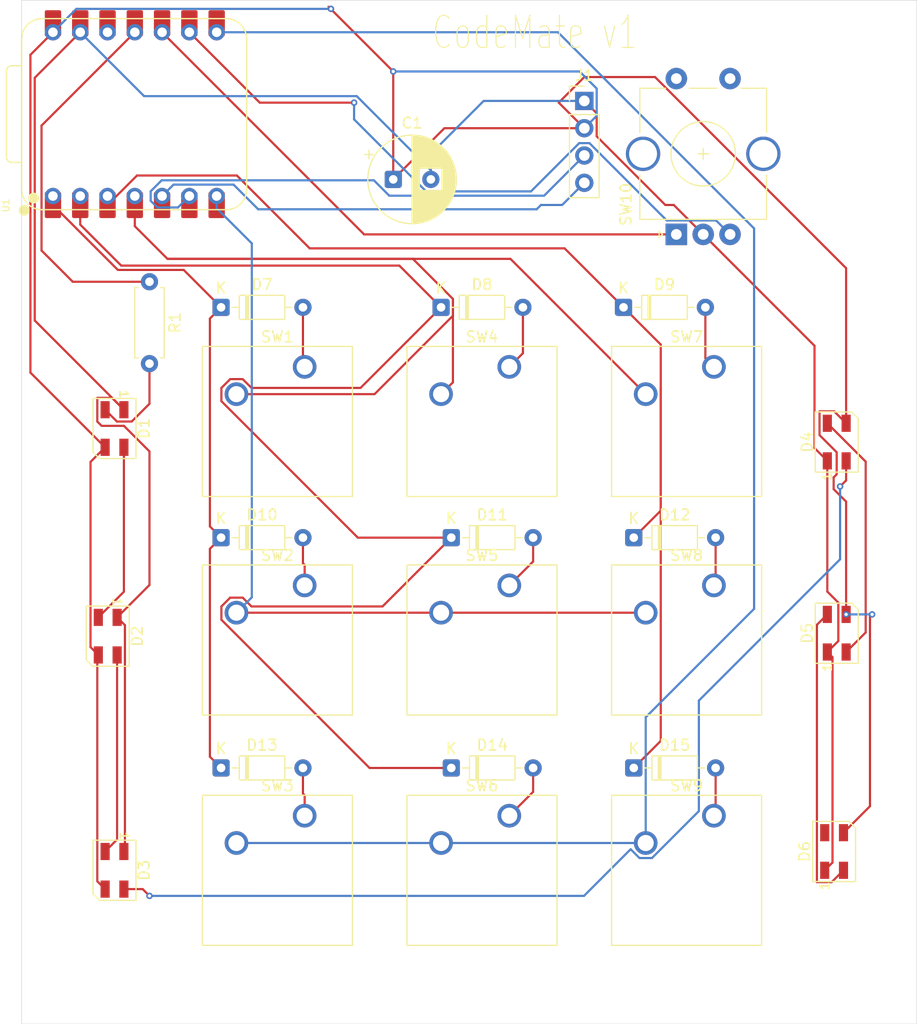
<source format=kicad_pcb>
(kicad_pcb (version 20241229) (generator "pcbnew") (generator_version "9.0")
  (layers (0 "F.Cu" signal) (2 "B.Cu" signal) (13 "F.Paste" user) (15 "B.Paste" user) (5 "F.SilkS" user "F.Silkscreen") (7 "B.SilkS" user "B.Silkscreen") (1 "F.Mask" user) (3 "B.Mask" user) (25 "Edge.Cuts" user))
  (net 0 "")
  (net 1 "GND")
  (net 2 "+5V")
  (net 3 "Net-(D1-DIN)")
  (net 4 "Net-(D1-DOUT)")
  (net 5 "Net-(D2-DOUT)")
  (net 6 "Net-(D3-DOUT)")
  (net 7 "Net-(D4-DOUT)")
  (net 8 "Net-(D5-DOUT)")
  (net 10 "D0")
  (net 11 "Net-(D7-A)")
  (net 12 "D1")
  (net 13 "Net-(D8-A)")
  (net 14 "D2")
  (net 15 "Net-(D9-A)")
  (net 16 "Net-(D10-A)")
  (net 17 "Net-(D11-A)")
  (net 18 "Net-(D12-A)")
  (net 19 "Net-(D13-A)")
  (net 20 "Net-(D14-A)")
  (net 21 "Net-(D15-A)")
  (net 22 "Net-(J1-Pin_3)")
  (net 23 "Net-(J1-Pin_4)")
  (net 24 "D10")
  (net 25 "D3")
  (net 26 "D6")
  (net 27 "D7")
  (net 28 "Net-(U1-D9{slash}MISO{slash}P4)")
  (net 29 "Net-(U1-D8{slash}SCK{slash}P2)")
  (net 30 "Net-(U1-3V3)")
  (footprint "Button_Switch_Keyboard:SW_Cherry_MX_1.00u_PCB" (layer "F.Cu") (at 83.5025 99.695)
    (property "Reference" "SW6" (at -2.54 -2.794 0) (layer "F.SilkS"))
    (property "Value" "SW_Push")
    (pad "" np_thru_hole circle (at -7.62 5.08) (size 1.7 1.7) (drill 1.7) (layers "*.Cu" "*.Mask"))
    (pad "" np_thru_hole circle (at -2.54 5.08) (size 4 4) (drill 4) (layers "*.Cu" "*.Mask"))
    (pad "" np_thru_hole circle (at 2.54 5.08) (size 1.7 1.7) (drill 1.7) (layers "*.Cu" "*.Mask"))
    (pad "1" thru_hole circle (at 0 0) (size 2.2 2.2) (drill 1.5) (layers "*.Cu" "*.Mask") (net 20 "Net-(D14-A)"))
    (pad "2" thru_hole circle (at -6.35 2.54) (size 2.2 2.2) (drill 1.5) (layers "*.Cu" "*.Mask") (net 27 "D7"))
  )
  (footprint "Button_Switch_Keyboard:SW_Cherry_MX_1.00u_PCB" (layer "F.Cu") (at 83.5025 78.26375)
    (property "Reference" "SW5" (at -2.54 -2.794 0) (layer "F.SilkS"))
    (property "Value" "SW_Push")
    (pad "" np_thru_hole circle (at -7.62 5.08) (size 1.7 1.7) (drill 1.7) (layers "*.Cu" "*.Mask"))
    (pad "" np_thru_hole circle (at -2.54 5.08) (size 4 4) (drill 4) (layers "*.Cu" "*.Mask"))
    (pad "" np_thru_hole circle (at 2.54 5.08) (size 1.7 1.7) (drill 1.7) (layers "*.Cu" "*.Mask"))
    (pad "1" thru_hole circle (at 0 0) (size 2.2 2.2) (drill 1.5) (layers "*.Cu" "*.Mask") (net 17 "Net-(D11-A)"))
    (pad "2" thru_hole circle (at -6.35 2.54) (size 2.2 2.2) (drill 1.5) (layers "*.Cu" "*.Mask") (net 26 "D6"))
  )
  (footprint "Resistor_THT:R_Axial_DIN0207_L6.3mm_D2.5mm_P7.62mm_Horizontal" (layer "F.Cu") (at 50.00625 50.00625 -90)
    (property "Reference" "R1" (at 3.81 -2.37 90) (layer "F.SilkS"))
    (property "Value" "330 ohm")
    (pad "1" thru_hole circle (at 0 0 270) (size 1.6 1.6) (drill 0.8) (layers "*.Cu" "*.Mask") (net 24 "D10"))
    (pad "2" thru_hole circle (at 7.62 0 270) (size 1.6 1.6) (drill 0.8) (layers "*.Cu" "*.Mask") (net 3 "Net-(D1-DIN)"))
  )
  (footprint "Diode_THT:D_DO-35_SOD27_P7.62mm_Horizontal" (layer "F.Cu") (at 95.09125 95.25)
    (property "Reference" "D15" (at 3.81 -2.12 0) (layer "F.SilkS"))
    (property "Value" "D")
    (fp_text user "K" (at 0 -1.8 0) (layer "F.SilkS"))
    (pad "1" thru_hole roundrect (at 0 0) (size 1.6 1.6) (drill 0.8) (layers "*.Cu" "*.Mask") (roundrect_rratio 0.15625) (net 14 "D2"))
    (pad "2" thru_hole circle (at 7.62 0) (size 1.6 1.6) (drill 0.8) (layers "*.Cu" "*.Mask") (net 21 "Net-(D15-A)"))
  )
  (footprint "LED_SMD:LED_SK6812MINI_PLCC4_3.5x3.5mm_P1.75mm" (layer "F.Cu") (at 46.75 104.775 -90)
    (property "Reference" "D3" (at 0 -2.75 90) (layer "F.SilkS"))
    (property "Value" "SK6812")
    (fp_text user "1" (at -3.2 -0.875 270) (layer "F.SilkS") (effects (font (size 0.8 0.8))))
    (pad "1" smd rect (at -1.75 -0.875 270) (size 1.6 0.85) (layers "F.Cu" "F.Mask" "F.Paste") (net 1 "GND"))
    (pad "2" smd rect (at -1.75 0.875 270) (size 1.6 0.85) (layers "F.Cu" "F.Mask" "F.Paste") (net 5 "Net-(D2-DOUT)"))
    (pad "3" smd rect (at 1.75 0.875 270) (size 1.6 0.85) (layers "F.Cu" "F.Mask" "F.Paste") (net 2 "+5V"))
    (pad "4" smd rect (at 1.75 -0.875 270) (size 1.6 0.85) (layers "F.Cu" "F.Mask" "F.Paste") (net 6 "Net-(D3-DOUT)"))
  )
  (footprint "Button_Switch_Keyboard:SW_Cherry_MX_1.00u_PCB" (layer "F.Cu") (at 102.5525 99.695)
    (property "Reference" "SW9" (at -2.54 -2.794 0) (layer "F.SilkS"))
    (property "Value" "SW_Push")
    (pad "" np_thru_hole circle (at -7.62 5.08) (size 1.7 1.7) (drill 1.7) (layers "*.Cu" "*.Mask"))
    (pad "" np_thru_hole circle (at -2.54 5.08) (size 4 4) (drill 4) (layers "*.Cu" "*.Mask"))
    (pad "" np_thru_hole circle (at 2.54 5.08) (size 1.7 1.7) (drill 1.7) (layers "*.Cu" "*.Mask"))
    (pad "1" thru_hole circle (at 0 0) (size 2.2 2.2) (drill 1.5) (layers "*.Cu" "*.Mask") (net 21 "Net-(D15-A)"))
    (pad "2" thru_hole circle (at -6.35 2.54) (size 2.2 2.2) (drill 1.5) (layers "*.Cu" "*.Mask") (net 27 "D7"))
  )
  (footprint "LED_SMD:LED_SK6812MINI_PLCC4_3.5x3.5mm_P1.75mm" (layer "F.Cu") (at 46.75 63.6625 -90)
    (property "Reference" "D1" (at 0 -2.75 90) (layer "F.SilkS"))
    (property "Value" "SK6812")
    (fp_text user "1" (at -3.2 -0.875 270) (layer "F.SilkS") (effects (font (size 0.8 0.8))))
    (pad "1" smd rect (at -1.75 -0.875 270) (size 1.6 0.85) (layers "F.Cu" "F.Mask" "F.Paste") (net 1 "GND"))
    (pad "2" smd rect (at -1.75 0.875 270) (size 1.6 0.85) (layers "F.Cu" "F.Mask" "F.Paste") (net 3 "Net-(D1-DIN)"))
    (pad "3" smd rect (at 1.75 0.875 270) (size 1.6 0.85) (layers "F.Cu" "F.Mask" "F.Paste") (net 2 "+5V"))
    (pad "4" smd rect (at 1.75 -0.875 270) (size 1.6 0.85) (layers "F.Cu" "F.Mask" "F.Paste") (net 4 "Net-(D1-DOUT)"))
  )
  (footprint "LED_SMD:LED_SK6812MINI_PLCC4_3.5x3.5mm_P1.75mm" (layer "F.Cu") (at 46.11875 82.98625 -90)
    (property "Reference" "D2" (at 0 -2.75 90) (layer "F.SilkS"))
    (property "Value" "SK6812")
    (fp_text user "1" (at -3.2 -0.875 270) (layer "F.SilkS") (effects (font (size 0.8 0.8))))
    (pad "1" smd rect (at -1.75 -0.875 270) (size 1.6 0.85) (layers "F.Cu" "F.Mask" "F.Paste") (net 1 "GND"))
    (pad "2" smd rect (at -1.75 0.875 270) (size 1.6 0.85) (layers "F.Cu" "F.Mask" "F.Paste") (net 4 "Net-(D1-DOUT)"))
    (pad "3" smd rect (at 1.75 0.875 270) (size 1.6 0.85) (layers "F.Cu" "F.Mask" "F.Paste") (net 2 "+5V"))
    (pad "4" smd rect (at 1.75 -0.875 270) (size 1.6 0.85) (layers "F.Cu" "F.Mask" "F.Paste") (net 5 "Net-(D2-DOUT)"))
  )
  (footprint "Button_Switch_Keyboard:SW_Cherry_MX_1.00u_PCB" (layer "F.Cu") (at 64.4525 57.92625)
    (property "Reference" "SW1" (at -2.54 -2.794 0) (layer "F.SilkS"))
    (property "Value" "SW_Push")
    (pad "" np_thru_hole circle (at -7.62 5.08) (size 1.7 1.7) (drill 1.7) (layers "*.Cu" "*.Mask"))
    (pad "" np_thru_hole circle (at -2.54 5.08) (size 4 4) (drill 4) (layers "*.Cu" "*.Mask"))
    (pad "" np_thru_hole circle (at 2.54 5.08) (size 1.7 1.7) (drill 1.7) (layers "*.Cu" "*.Mask"))
    (pad "1" thru_hole circle (at 0 0) (size 2.2 2.2) (drill 1.5) (layers "*.Cu" "*.Mask") (net 11 "Net-(D7-A)"))
    (pad "2" thru_hole circle (at -6.35 2.54) (size 2.2 2.2) (drill 1.5) (layers "*.Cu" "*.Mask") (net 25 "D3"))
  )
  (footprint "Button_Switch_Keyboard:SW_Cherry_MX_1.00u_PCB" (layer "F.Cu") (at 102.5525 78.26375)
    (property "Reference" "SW8" (at -2.54 -2.794 0) (layer "F.SilkS"))
    (property "Value" "SW_Push")
    (pad "" np_thru_hole circle (at -7.62 5.08) (size 1.7 1.7) (drill 1.7) (layers "*.Cu" "*.Mask"))
    (pad "" np_thru_hole circle (at -2.54 5.08) (size 4 4) (drill 4) (layers "*.Cu" "*.Mask"))
    (pad "" np_thru_hole circle (at 2.54 5.08) (size 1.7 1.7) (drill 1.7) (layers "*.Cu" "*.Mask"))
    (pad "1" thru_hole circle (at 0 0) (size 2.2 2.2) (drill 1.5) (layers "*.Cu" "*.Mask") (net 18 "Net-(D12-A)"))
    (pad "2" thru_hole circle (at -6.35 2.54) (size 2.2 2.2) (drill 1.5) (layers "*.Cu" "*.Mask") (net 26 "D6"))
  )
  (footprint "Diode_THT:D_DO-35_SOD27_P7.62mm_Horizontal" (layer "F.Cu") (at 78.105 73.81875)
    (property "Reference" "D11" (at 3.81 -2.12 0) (layer "F.SilkS"))
    (property "Value" "D")
    (fp_text user "K" (at 0 -1.8 0) (layer "F.SilkS"))
    (pad "1" thru_hole roundrect (at 0 0) (size 1.6 1.6) (drill 0.8) (layers "*.Cu" "*.Mask") (roundrect_rratio 0.15625) (net 12 "D1"))
    (pad "2" thru_hole circle (at 7.62 0) (size 1.6 1.6) (drill 0.8) (layers "*.Cu" "*.Mask") (net 17 "Net-(D11-A)"))
  )
  (footprint "Diode_THT:D_DO-35_SOD27_P7.62mm_Horizontal" (layer "F.Cu") (at 94.13875 52.3875)
    (property "Reference" "D9" (at 3.81 -2.12 0) (layer "F.SilkS"))
    (property "Value" "D")
    (fp_text user "K" (at 0 -1.8 0) (layer "F.SilkS"))
    (pad "1" thru_hole roundrect (at 0 0) (size 1.6 1.6) (drill 0.8) (layers "*.Cu" "*.Mask") (roundrect_rratio 0.15625) (net 14 "D2"))
    (pad "2" thru_hole circle (at 7.62 0) (size 1.6 1.6) (drill 0.8) (layers "*.Cu" "*.Mask") (net 15 "Net-(D9-A)"))
  )
  (footprint "Diode_THT:D_DO-35_SOD27_P7.62mm_Horizontal" (layer "F.Cu") (at 56.67375 52.3875)
    (property "Reference" "D7" (at 3.81 -2.12 0) (layer "F.SilkS"))
    (property "Value" "D")
    (fp_text user "K" (at 0 -1.8 0) (layer "F.SilkS"))
    (pad "1" thru_hole roundrect (at 0 0) (size 1.6 1.6) (drill 0.8) (layers "*.Cu" "*.Mask") (roundrect_rratio 0.15625) (net 10 "D0"))
    (pad "2" thru_hole circle (at 7.62 0) (size 1.6 1.6) (drill 0.8) (layers "*.Cu" "*.Mask") (net 11 "Net-(D7-A)"))
  )
  (footprint "Diode_THT:D_DO-35_SOD27_P7.62mm_Horizontal" (layer "F.Cu") (at 95.09125 73.81875)
    (property "Reference" "D12" (at 3.81 -2.12 0) (layer "F.SilkS"))
    (property "Value" "D")
    (fp_text user "K" (at 0 -1.8 0) (layer "F.SilkS"))
    (pad "1" thru_hole roundrect (at 0 0) (size 1.6 1.6) (drill 0.8) (layers "*.Cu" "*.Mask") (roundrect_rratio 0.15625) (net 14 "D2"))
    (pad "2" thru_hole circle (at 7.62 0) (size 1.6 1.6) (drill 0.8) (layers "*.Cu" "*.Mask") (net 18 "Net-(D12-A)"))
  )
  (footprint "Connector_PinHeader_2.54mm:PinHeader_1x04_P2.54mm_Vertical" (layer "F.Cu") (at 90.4875 33.17875)
    (property "Reference" "J1" (at 0 -2.38 0) (layer "F.SilkS"))
    (property "Value" "OLED")
    (pad "1" thru_hole rect (at 0 0) (size 1.7 1.7) (drill 1) (layers "*.Cu" "*.Mask") (net 1 "GND"))
    (pad "2" thru_hole circle (at 0 2.54) (size 1.7 1.7) (drill 1) (layers "*.Cu" "*.Mask") (net 2 "+5V"))
    (pad "3" thru_hole circle (at 0 5.08) (size 1.7 1.7) (drill 1) (layers "*.Cu" "*.Mask") (net 22 "Net-(J1-Pin_3)"))
    (pad "4" thru_hole circle (at 0 7.62) (size 1.7 1.7) (drill 1) (layers "*.Cu" "*.Mask") (net 23 "Net-(J1-Pin_4)"))
  )
  (footprint "Capacitor_THT:CP_Radial_D8.0mm_P3.50mm" (layer "F.Cu") (at 72.7 40.48125)
    (property "Reference" "C1" (at 1.75 -5.25 0) (layer "F.SilkS"))
    (property "Value" "1000 uF")
    (pad "1" thru_hole roundrect (at 0 0) (size 1.6 1.6) (drill 0.8) (layers "*.Cu" "*.Mask") (roundrect_rratio 0.15625) (net 2 "+5V"))
    (pad "2" thru_hole circle (at 3.5 0) (size 1.6 1.6) (drill 0.8) (layers "*.Cu" "*.Mask") (net 1 "GND"))
  )
  (footprint "LED_SMD:LED_SK6812MINI_PLCC4_3.5x3.5mm_P1.75mm" (layer "F.Cu") (at 113.98625 64.925 90)
    (property "Reference" "D4" (at 0 -2.75 90) (layer "F.SilkS"))
    (property "Value" "SK6812")
    (fp_text user "1" (at -3.2 -0.875 90) (layer "F.SilkS") (effects (font (size 0.8 0.8))))
    (pad "1" smd rect (at -1.75 -0.875 90) (size 1.6 0.85) (layers "F.Cu" "F.Mask" "F.Paste") (net 1 "GND"))
    (pad "2" smd rect (at -1.75 0.875 90) (size 1.6 0.85) (layers "F.Cu" "F.Mask" "F.Paste") (net 6 "Net-(D3-DOUT)"))
    (pad "3" smd rect (at 1.75 0.875 90) (size 1.6 0.85) (layers "F.Cu" "F.Mask" "F.Paste") (net 2 "+5V"))
    (pad "4" smd rect (at 1.75 -0.875 90) (size 1.6 0.85) (layers "F.Cu" "F.Mask" "F.Paste") (net 7 "Net-(D4-DOUT)"))
  )
  (footprint "Button_Switch_Keyboard:SW_Cherry_MX_1.00u_PCB" (layer "F.Cu") (at 83.5025 57.92625)
    (property "Reference" "SW4" (at -2.54 -2.794 0) (layer "F.SilkS"))
    (property "Value" "SW_Push")
    (pad "" np_thru_hole circle (at -7.62 5.08) (size 1.7 1.7) (drill 1.7) (layers "*.Cu" "*.Mask"))
    (pad "" np_thru_hole circle (at -2.54 5.08) (size 4 4) (drill 4) (layers "*.Cu" "*.Mask"))
    (pad "" np_thru_hole circle (at 2.54 5.08) (size 1.7 1.7) (drill 1.7) (layers "*.Cu" "*.Mask"))
    (pad "1" thru_hole circle (at 0 0) (size 2.2 2.2) (drill 1.5) (layers "*.Cu" "*.Mask") (net 13 "Net-(D8-A)"))
    (pad "2" thru_hole circle (at -6.35 2.54) (size 2.2 2.2) (drill 1.5) (layers "*.Cu" "*.Mask") (net 25 "D3"))
  )
  (footprint "Button_Switch_Keyboard:SW_Cherry_MX_1.00u_PCB" (layer "F.Cu") (at 64.4525 78.26375)
    (property "Reference" "SW2" (at -2.54 -2.794 0) (layer "F.SilkS"))
    (property "Value" "SW_Push")
    (pad "" np_thru_hole circle (at -7.62 5.08) (size 1.7 1.7) (drill 1.7) (layers "*.Cu" "*.Mask"))
    (pad "" np_thru_hole circle (at -2.54 5.08) (size 4 4) (drill 4) (layers "*.Cu" "*.Mask"))
    (pad "" np_thru_hole circle (at 2.54 5.08) (size 1.7 1.7) (drill 1.7) (layers "*.Cu" "*.Mask"))
    (pad "1" thru_hole circle (at 0 0) (size 2.2 2.2) (drill 1.5) (layers "*.Cu" "*.Mask") (net 16 "Net-(D10-A)"))
    (pad "2" thru_hole circle (at -6.35 2.54) (size 2.2 2.2) (drill 1.5) (layers "*.Cu" "*.Mask") (net 26 "D6"))
  )
  (footprint "Button_Switch_Keyboard:SW_Cherry_MX_1.00u_PCB" (layer "F.Cu") (at 64.4525 99.695)
    (property "Reference" "SW3" (at -2.54 -2.794 0) (layer "F.SilkS"))
    (property "Value" "SW_Push")
    (pad "" np_thru_hole circle (at -7.62 5.08) (size 1.7 1.7) (drill 1.7) (layers "*.Cu" "*.Mask"))
    (pad "" np_thru_hole circle (at -2.54 5.08) (size 4 4) (drill 4) (layers "*.Cu" "*.Mask"))
    (pad "" np_thru_hole circle (at 2.54 5.08) (size 1.7 1.7) (drill 1.7) (layers "*.Cu" "*.Mask"))
    (pad "1" thru_hole circle (at 0 0) (size 2.2 2.2) (drill 1.5) (layers "*.Cu" "*.Mask") (net 19 "Net-(D13-A)"))
    (pad "2" thru_hole circle (at -6.35 2.54) (size 2.2 2.2) (drill 1.5) (layers "*.Cu" "*.Mask") (net 27 "D7"))
  )
  (footprint "Rotary_Encoder:RotaryEncoder_Alps_EC11E-Switch_Vertical_H20mm_CircularMountingHoles" (layer "F.Cu") (at 99.05625 45.6 90)
    (property "Reference" "SW10" (at 2.8 -4.7 90) (layer "F.SilkS"))
    (property "Value" "RotaryEncoder")
    (pad "A" thru_hole rect (at 0 0 90) (size 2 2) (drill 1) (layers "*.Cu" "*.Mask") (net 28 "Net-(U1-D9{slash}MISO{slash}P4)"))
    (pad "B" thru_hole circle (at 0 5 90) (size 2 2) (drill 1) (layers "*.Cu" "*.Mask") (net 29 "Net-(U1-D8{slash}SCK{slash}P2)"))
    (pad "C" thru_hole circle (at 0 2.5 90) (size 2 2) (drill 1) (layers "*.Cu" "*.Mask") (net 1 "GND"))
    (pad "MP" thru_hole circle (at 7.5 -3.1 90) (size 3.2 3.2) (drill 2.6) (layers "*.Cu" "*.Mask"))
    (pad "MP" thru_hole circle (at 7.5 8.1 90) (size 3.2 3.2) (drill 2.6) (layers "*.Cu" "*.Mask"))
    (pad "S1" thru_hole circle (at 14.5 5 90) (size 2 2) (drill 1) (layers "*.Cu" "*.Mask"))
    (pad "S2" thru_hole circle (at 14.5 0 90) (size 2 2) (drill 1) (layers "*.Cu" "*.Mask"))
  )
  (footprint "Seeed Studio XIAO Series Library:XIAO-RP2040-DIP" (layer "F.Cu") (at 48.64 34.41 90)
    (property "Reference" "U1" (at -8.5 -12 90) (layer "F.SilkS") (effects (font (size 0.635 0.635) (thickness 0.1016))))
    (property "Value" "102010428")
    (pad "1" smd roundrect (at -8.455 -7.62 270) (size 2.432 1.524) (layers "F.Cu" "F.Mask") (roundrect_rratio 0.1) (net 10 "D0"))
    (pad "1" thru_hole circle (at -7.62 -7.62 270) (size 1.524 1.524) (drill 0.889) (layers "*.Cu" "*.Mask") (net 10 "D0"))
    (pad "2" smd roundrect (at -8.455 -5.08 270) (size 2.432 1.524) (layers "F.Cu" "F.Mask") (roundrect_rratio 0.1) (net 12 "D1"))
    (pad "2" thru_hole circle (at -7.62 -5.08 270) (size 1.524 1.524) (drill 0.889) (layers "*.Cu" "*.Mask") (net 12 "D1"))
    (pad "3" smd roundrect (at -8.455 -2.54 270) (size 2.432 1.524) (layers "F.Cu" "F.Mask") (roundrect_rratio 0.1) (net 14 "D2"))
    (pad "3" thru_hole circle (at -7.62 -2.54 270) (size 1.524 1.524) (drill 0.889) (layers "*.Cu" "*.Mask") (net 14 "D2"))
    (pad "4" smd roundrect (at -8.455 0 270) (size 2.432 1.524) (layers "F.Cu" "F.Mask") (roundrect_rratio 0.1) (net 25 "D3"))
    (pad "4" thru_hole circle (at -7.62 0 270) (size 1.524 1.524) (drill 0.889) (layers "*.Cu" "*.Mask") (net 25 "D3"))
    (pad "5" smd roundrect (at -8.455 2.54 270) (size 2.432 1.524) (layers "F.Cu" "F.Mask") (roundrect_rratio 0.1) (net 23 "Net-(J1-Pin_4)"))
    (pad "5" thru_hole circle (at -7.62 2.54 270) (size 1.524 1.524) (drill 0.889) (layers "*.Cu" "*.Mask") (net 23 "Net-(J1-Pin_4)"))
    (pad "6" smd roundrect (at -8.455 5.08 270) (size 2.432 1.524) (layers "F.Cu" "F.Mask") (roundrect_rratio 0.1) (net 22 "Net-(J1-Pin_3)"))
    (pad "6" thru_hole circle (at -7.62 5.08 270) (size 1.524 1.524) (drill 0.889) (layers "*.Cu" "*.Mask") (net 22 "Net-(J1-Pin_3)"))
    (pad "7" smd roundrect (at -8.455 7.62 270) (size 2.432 1.524) (layers "F.Cu" "F.Mask") (roundrect_rratio 0.1) (net 26 "D6"))
    (pad "7" thru_hole circle (at -7.62 7.62 270) (size 1.524 1.524) (drill 0.889) (layers "*.Cu" "*.Mask") (net 26 "D6"))
    (pad "8" thru_hole circle (at 7.62 7.62 90) (size 1.524 1.524) (drill 0.889) (layers "*.Cu" "*.Mask") (net 27 "D7"))
    (pad "8" smd roundrect (at 8.455 7.62 90) (size 2.432 1.524) (layers "F.Cu" "F.Mask") (roundrect_rratio 0.1) (net 27 "D7"))
    (pad "9" thru_hole circle (at 7.62 5.08 90) (size 1.524 1.524) (drill 0.889) (layers "*.Cu" "*.Mask") (net 29 "Net-(U1-D8{slash}SCK{slash}P2)"))
    (pad "9" smd roundrect (at 8.455 5.08 90) (size 2.432 1.524) (layers "F.Cu" "F.Mask") (roundrect_rratio 0.1) (net 29 "Net-(U1-D8{slash}SCK{slash}P2)"))
    (pad "10" thru_hole circle (at 7.62 2.54 90) (size 1.524 1.524) (drill 0.889) (layers "*.Cu" "*.Mask") (net 28 "Net-(U1-D9{slash}MISO{slash}P4)"))
    (pad "10" smd roundrect (at 8.455 2.54 90) (size 2.432 1.524) (layers "F.Cu" "F.Mask") (roundrect_rratio 0.1) (net 28 "Net-(U1-D9{slash}MISO{slash}P4)"))
    (pad "11" thru_hole circle (at 7.62 0 90) (size 1.524 1.524) (drill 0.889) (layers "*.Cu" "*.Mask") (net 24 "D10"))
    (pad "11" smd roundrect (at 8.455 0 90) (size 2.432 1.524) (layers "F.Cu" "F.Mask") (roundrect_rratio 0.1) (net 24 "D10"))
    (pad "12" thru_hole circle (at 7.62 -2.54 90) (size 1.524 1.524) (drill 0.889) (layers "*.Cu" "*.Mask") (net 30 "Net-(U1-3V3)"))
    (pad "12" smd roundrect (at 8.455 -2.54 90) (size 2.432 1.524) (layers "F.Cu" "F.Mask") (roundrect_rratio 0.1) (net 30 "Net-(U1-3V3)"))
    (pad "13" thru_hole circle (at 7.62 -5.08 90) (size 1.524 1.524) (drill 0.889) (layers "*.Cu" "*.Mask") (net 1 "GND"))
    (pad "13" smd roundrect (at 8.455 -5.08 90) (size 2.432 1.524) (layers "F.Cu" "F.Mask") (roundrect_rratio 0.1) (net 1 "GND"))
    (pad "14" thru_hole circle (at 7.62 -7.62 90) (size 1.524 1.524) (drill 0.889) (layers "*.Cu" "*.Mask") (net 2 "+5V"))
    (pad "14" smd roundrect (at 8.455 -7.62 90) (size 2.432 1.524) (layers "F.Cu" "F.Mask") (roundrect_rratio 0.1) (net 2 "+5V"))
  )
  (footprint "Diode_THT:D_DO-35_SOD27_P7.62mm_Horizontal" (layer "F.Cu") (at 56.67375 95.25)
    (property "Reference" "D13" (at 3.81 -2.12 0) (layer "F.SilkS"))
    (property "Value" "D")
    (fp_text user "K" (at 0 -1.8 0) (layer "F.SilkS"))
    (pad "1" thru_hole roundrect (at 0 0) (size 1.6 1.6) (drill 0.8) (layers "*.Cu" "*.Mask") (roundrect_rratio 0.15625) (net 10 "D0"))
    (pad "2" thru_hole circle (at 7.62 0) (size 1.6 1.6) (drill 0.8) (layers "*.Cu" "*.Mask") (net 19 "Net-(D13-A)"))
  )
  (footprint "LED_SMD:LED_SK6812MINI_PLCC4_3.5x3.5mm_P1.75mm" (layer "F.Cu") (at 113.7425 103.025 90)
    (property "Reference" "D6" (at 0 -2.75 90) (layer "F.SilkS"))
    (property "Value" "SK6812")
    (fp_text user "1" (at -3.2 -0.875 90) (layer "F.SilkS") (effects (font (size 0.8 0.8))))
    (pad "1" smd rect (at -1.75 -0.875 90) (size 1.6 0.85) (layers "F.Cu" "F.Mask" "F.Paste") (net 1 "GND"))
    (pad "2" smd rect (at -1.75 0.875 90) (size 1.6 0.85) (layers "F.Cu" "F.Mask" "F.Paste") (net 8 "Net-(D5-DOUT)"))
    (pad "3" smd rect (at 1.75 0.875 90) (size 1.6 0.85) (layers "F.Cu" "F.Mask" "F.Paste") (net 2 "+5V"))
    (pad "4" smd rect (at 1.75 -0.875 90) (size 1.6 0.85) (layers "F.Cu" "F.Mask" "F.Paste"))
  )
  (footprint "Button_Switch_Keyboard:SW_Cherry_MX_1.00u_PCB" (layer "F.Cu") (at 102.5525 57.92625)
    (property "Reference" "SW7" (at -2.54 -2.794 0) (layer "F.SilkS"))
    (property "Value" "SW_Push")
    (pad "" np_thru_hole circle (at -7.62 5.08) (size 1.7 1.7) (drill 1.7) (layers "*.Cu" "*.Mask"))
    (pad "" np_thru_hole circle (at -2.54 5.08) (size 4 4) (drill 4) (layers "*.Cu" "*.Mask"))
    (pad "" np_thru_hole circle (at 2.54 5.08) (size 1.7 1.7) (drill 1.7) (layers "*.Cu" "*.Mask"))
    (pad "1" thru_hole circle (at 0 0) (size 2.2 2.2) (drill 1.5) (layers "*.Cu" "*.Mask") (net 15 "Net-(D9-A)"))
    (pad "2" thru_hole circle (at -6.35 2.54) (size 2.2 2.2) (drill 1.5) (layers "*.Cu" "*.Mask") (net 25 "D3"))
  )
  (footprint "LED_SMD:LED_SK6812MINI_PLCC4_3.5x3.5mm_P1.75mm" (layer "F.Cu") (at 113.98625 82.7125 90)
    (property "Reference" "D5" (at 0 -2.75 90) (layer "F.SilkS"))
    (property "Value" "SK6812")
    (fp_text user "1" (at -3.2 -0.875 90) (layer "F.SilkS") (effects (font (size 0.8 0.8))))
    (pad "1" smd rect (at -1.75 -0.875 90) (size 1.6 0.85) (layers "F.Cu" "F.Mask" "F.Paste") (net 1 "GND"))
    (pad "2" smd rect (at -1.75 0.875 90) (size 1.6 0.85) (layers "F.Cu" "F.Mask" "F.Paste") (net 7 "Net-(D4-DOUT)"))
    (pad "3" smd rect (at 1.75 0.875 90) (size 1.6 0.85) (layers "F.Cu" "F.Mask" "F.Paste") (net 2 "+5V"))
    (pad "4" smd rect (at 1.75 -0.875 90) (size 1.6 0.85) (layers "F.Cu" "F.Mask" "F.Paste") (net 8 "Net-(D5-DOUT)"))
  )
  (footprint "Diode_THT:D_DO-35_SOD27_P7.62mm_Horizontal" (layer "F.Cu") (at 56.67375 73.81875)
    (property "Reference" "D10" (at 3.81 -2.12 0) (layer "F.SilkS"))
    (property "Value" "D")
    (fp_text user "K" (at 0 -1.8 0) (layer "F.SilkS"))
    (pad "1" thru_hole roundrect (at 0 0) (size 1.6 1.6) (drill 0.8) (layers "*.Cu" "*.Mask") (roundrect_rratio 0.15625) (net 10 "D0"))
    (pad "2" thru_hole circle (at 7.62 0) (size 1.6 1.6) (drill 0.8) (layers "*.Cu" "*.Mask") (net 16 "Net-(D10-A)"))
  )
  (footprint "Diode_THT:D_DO-35_SOD27_P7.62mm_Horizontal" (layer "F.Cu") (at 78.105 95.25)
    (property "Reference" "D14" (at 3.81 -2.12 0) (layer "F.SilkS"))
    (property "Value" "D")
    (fp_text user "K" (at 0 -1.8 0) (layer "F.SilkS"))
    (pad "1" thru_hole roundrect (at 0 0) (size 1.6 1.6) (drill 0.8) (layers "*.Cu" "*.Mask") (roundrect_rratio 0.15625) (net 12 "D1"))
    (pad "2" thru_hole circle (at 7.62 0) (size 1.6 1.6) (drill 0.8) (layers "*.Cu" "*.Mask") (net 20 "Net-(D14-A)"))
  )
  (footprint "Diode_THT:D_DO-35_SOD27_P7.62mm_Horizontal" (layer "F.Cu") (at 77.1525 52.3875)
    (property "Reference" "D8" (at 3.81 -2.12 0) (layer "F.SilkS"))
    (property "Value" "D")
    (fp_text user "K" (at 0 -1.8 0) (layer "F.SilkS"))
    (pad "1" thru_hole roundrect (at 0 0) (size 1.6 1.6) (drill 0.8) (layers "*.Cu" "*.Mask") (roundrect_rratio 0.15625) (net 12 "D1"))
    (pad "2" thru_hole circle (at 7.62 0) (size 1.6 1.6) (drill 0.8) (layers "*.Cu" "*.Mask") (net 13 "Net-(D8-A)"))
  )
  (gr_rect (start 38.1 23.8125) (end 121.44375 119.0625) (stroke (width 0.05)) (fill no) (layer "Edge.Cuts"))
  (gr_text "CodeMate v1\n" (at 76.2 28.575 0) (layer "F.SilkS") (effects (font (size 3 2) (thickness 0.1)) (justify left bottom)))
  (segment (start 45.55 63.4145) (end 45.149 63.0135) (width 0.2) (layer "F.Cu") (net 1))
  (segment (start 91.6385 34.32975) (end 91.6385 36.47067) (width 0.2) (layer "F.Cu") (net 1))
  (segment (start 113.11125 84.4625) (end 113.5935 84.94475) (width 0.2) (layer "F.Cu") (net 1))
  (segment (start 114.13525 83.4385) (end 113.11125 84.4625) (width 0.2) (layer "F.Cu") (net 1))
  (segment (start 113.5935 104.049) (end 112.8675 104.775) (width 0.2) (layer "F.Cu") (net 1))
  (segment (start 111.91875 55.9625) (end 111.91875 65.4825) (width 0.2) (layer "F.Cu") (net 1))
  (segment (start 47.71975 102.93025) (end 47.71975 81.96225) (width 0.2) (layer "F.Cu") (net 1))
  (segment (start 50.00625 78.22375) (end 50.00625 65.79575) (width 0.2) (layer "F.Cu") (net 1))
  (segment (start 98.03033 42.8625) (end 98.81875 42.8625) (width 0.2) (layer "F.Cu") (net 1))
  (segment (start 46.99375 81.23625) (end 50.00625 78.22375) (width 0.2) (layer "F.Cu") (net 1))
  (segment (start 47.625 63.4145) (end 45.55 63.4145) (width 0.2) (layer "F.Cu") (net 1))
  (segment (start 114.13525 79.8615) (end 114.13525 83.4385) (width 0.2) (layer "F.Cu") (net 1))
  (segment (start 46.524 60.8115) (end 47.625 61.9125) (width 0.2) (layer "F.Cu") (net 1))
  (segment (start 45.149 60.8115) (end 46.524 60.8115) (width 0.2) (layer "F.Cu") (net 1))
  (segment (start 113.11125 78.8375) (end 114.13525 79.8615) (width 0.2) (layer "F.Cu") (net 1))
  (segment (start 98.81875 42.8625) (end 101.55625 45.6) (width 0.2) (layer "F.Cu") (net 1))
  (segment (start 47.71975 81.96225) (end 46.99375 81.23625) (width 0.2) (layer "F.Cu") (net 1))
  (segment (start 47.625 61.9125) (end 39.32325 53.61075) (width 0.2) (layer "F.Cu") (net 1))
  (segment (start 113.11125 66.675) (end 113.11125 78.8375) (width 0.2) (layer "F.Cu") (net 1))
  (segment (start 50.00625 65.79575) (end 47.625 63.4145) (width 0.2) (layer "F.Cu") (net 1))
  (segment (start 90.4875 33.17875) (end 91.6385 34.32975) (width 0.2) (layer "F.Cu") (net 1))
  (segment (start 47.625 103.025) (end 47.71975 102.93025) (width 0.2) (layer "F.Cu") (net 1))
  (segment (start 43.56 26.79) (end 39.32325 31.02675) (width 0.2) (layer "F.Cu") (net 1))
  (segment (start 113.5935 84.94475) (end 113.5935 104.049) (width 0.2) (layer "F.Cu") (net 1))
  (segment (start 101.55625 45.6) (end 111.91875 55.9625) (width 0.2) (layer "F.Cu") (net 1))
  (segment (start 111.91875 65.4825) (end 113.11125 66.675) (width 0.2) (layer "F.Cu") (net 1))
  (segment (start 45.149 63.0135) (end 45.149 60.8115) (width 0.2) (layer "F.Cu") (net 1))
  (segment (start 91.6385 36.47067) (end 98.03033 42.8625) (width 0.2) (layer "F.Cu") (net 1))
  (segment (start 39.32325 31.02675) (end 39.32325 53.61075) (width 0.2) (layer "F.Cu") (net 1))
  (segment (start 81.12125 33.17875) (end 90.4875 33.17875) (width 0.2) (layer "B.Cu") (net 1))
  (segment (start 76.2 39.631307) (end 76.2 40.48125) (width 0.2) (layer "B.Cu") (net 1))
  (segment (start 76.2 38.1) (end 81.12125 33.17875) (width 0.2) (layer "B.Cu") (net 1))
  (segment (start 69.305193 32.7365) (end 76.2 39.631307) (width 0.2) (layer "B.Cu") (net 1))
  (segment (start 49.5065 32.7365) (end 69.305193 32.7365) (width 0.2) (layer "B.Cu") (net 1))
  (segment (start 76.2 40.48125) (end 76.2 38.1) (width 0.2) (layer "B.Cu") (net 1))
  (segment (start 43.56 26.79) (end 49.5065 32.7365) (width 0.2) (layer "B.Cu") (net 1))
  (segment (start 113.76025 62.074) (end 114.86125 63.175) (width 0.2) (layer "F.Cu") (net 2))
  (segment (start 72.7 30.4385) (end 72.7 40.48125) (width 0.2) (layer "F.Cu") (net 2))
  (segment (start 88.10625 33.3375) (end 90.4875 30.95625) (width 0.2) (layer "F.Cu") (net 2))
  (segment (start 44.51775 66.76975) (end 44.51775 84.01025) (width 0.2) (layer "F.Cu") (net 2))
  (segment (start 66.9 24.6125) (end 66.9 24.6385) (width 0.2) (layer "F.Cu") (net 2))
  (segment (start 90.4875 35.71875) (end 77.4625 35.71875) (width 0.2) (layer "F.Cu") (net 2))
  (segment (start 38.92225 58.45975) (end 38.92225 28.88775) (width 0.2) (layer "F.Cu") (net 2))
  (segment (start 112.38525 64.276) (end 112.38525 62.074) (width 0.2) (layer "F.Cu") (net 2))
  (segment (start 66.9 24.6385) (end 72.7 30.4385) (width 0.2) (layer "F.Cu") (net 2))
  (segment (start 114.86125 70.467443) (end 113.699 69.305193) (width 0.2) (layer "F.Cu") (net 2))
  (segment (start 45.149 84.831) (end 45.24375 84.73625) (width 0.2) (layer "F.Cu") (net 2))
  (segment (start 117.08225 80.9625) (end 117.28125 80.9625) (width 0.2) (layer "F.Cu") (net 2))
  (segment (start 114.86125 48.744892) (end 97.072608 30.95625) (width 0.2) (layer "F.Cu") (net 2))
  (segment (start 113.699 68.21225) (end 113.98145 67.9298) (width 0.2) (layer "F.Cu") (net 2))
  (segment (start 45.875 106.525) (end 45.149 105.799) (width 0.2) (layer "F.Cu") (net 2))
  (segment (start 38.92225 28.88775) (end 41.02 26.79) (width 0.2) (layer "F.Cu") (net 2))
  (segment (start 113.98145 67.9298) (end 113.98145 65.8722) (width 0.2) (layer "F.Cu") (net 2))
  (segment (start 117.08225 98.81025) (end 117.08225 80.9625) (width 0.2) (layer "F.Cu") (net 2))
  (segment (start 45.875 65.4125) (end 38.92225 58.45975) (width 0.2) (layer "F.Cu") (net 2))
  (segment (start 45.875 65.4125) (end 44.51775 66.76975) (width 0.2) (layer "F.Cu") (net 2))
  (segment (start 112.38525 62.074) (end 113.76025 62.074) (width 0.2) (layer "F.Cu") (net 2))
  (segment (start 66.675 24.4135) (end 66.9 24.6385) (width 0.2) (layer "F.Cu") (net 2))
  (segment (start 88.10625 33.3375) (end 90.4875 35.71875) (width 0.2) (layer "F.Cu") (net 2))
  (segment (start 113.98145 65.8722) (end 112.38525 64.276) (width 0.2) (layer "F.Cu") (net 2))
  (segment (start 45.149 105.799) (end 45.149 84.831) (width 0.2) (layer "F.Cu") (net 2))
  (segment (start 44.51775 84.01025) (end 45.24375 84.73625) (width 0.2) (layer "F.Cu") (net 2))
  (segment (start 114.86125 80.9625) (end 114.86125 70.467443) (width 0.2) (layer "F.Cu") (net 2))
  (segment (start 114.86125 63.175) (end 114.86125 48.744892) (width 0.2) (layer "F.Cu") (net 2))
  (segment (start 114.6175 101.275) (end 117.08225 98.81025) (width 0.2) (layer "F.Cu") (net 2))
  (segment (start 113.699 69.305193) (end 113.699 68.21225) (width 0.2) (layer "F.Cu") (net 2))
  (segment (start 77.4625 35.71875) (end 72.7 40.48125) (width 0.2) (layer "F.Cu") (net 2))
  (segment (start 90.4875 30.95625) (end 97.072608 30.95625) (width 0.2) (layer "F.Cu") (net 2))
  (via (at 66.9 24.6125) (size 0.6) (drill 0.3) (layers "F.Cu" "B.Cu") (net 2))
  (via (at 72.7 30.4385) (size 0.6) (drill 0.3) (layers "F.Cu" "B.Cu") (net 2))
  (via (at 114.86125 80.9625) (size 0.6) (drill 0.3) (layers "F.Cu" "B.Cu") (net 2))
  (via (at 117.28125 80.9625) (size 0.6) (drill 0.3) (layers "F.Cu" "B.Cu") (net 2))
  (segment (start 41.02 26.79) (end 43.1975 24.6125) (width 0.2) (layer "B.Cu") (net 2))
  (segment (start 91.6385 34.56775) (end 91.6385 32.02775) (width 0.2) (layer "B.Cu") (net 2))
  (segment (start 90.04925 30.4385) (end 72.7 30.4385) (width 0.2) (layer "B.Cu") (net 2))
  (segment (start 117.28125 80.9625) (end 114.86125 80.9625) (width 0.2) (layer "B.Cu") (net 2))
  (segment (start 43.1975 24.6125) (end 66.9 24.6125) (width 0.2) (layer "B.Cu") (net 2))
  (segment (start 91.6385 32.02775) (end 90.04925 30.4385) (width 0.2) (layer "B.Cu") (net 2))
  (segment (start 90.4875 35.71875) (end 91.6385 34.56775) (width 0.2) (layer "B.Cu") (net 2))
  (segment (start 48.351 63.0135) (end 50.00625 61.35825) (width 0.2) (layer "F.Cu") (net 3))
  (segment (start 50.00625 61.35825) (end 50.00625 57.62625) (width 0.2) (layer "F.Cu") (net 3))
  (segment (start 46.976 63.0135) (end 48.351 63.0135) (width 0.2) (layer "F.Cu") (net 3))
  (segment (start 45.875 61.9125) (end 46.976 63.0135) (width 0.2) (layer "F.Cu") (net 3))
  (segment (start 47.625 78.855) (end 45.24375 81.23625) (width 0.2) (layer "F.Cu") (net 4))
  (segment (start 47.625 65.4125) (end 47.625 78.855) (width 0.2) (layer "F.Cu") (net 4))
  (segment (start 46.99375 101.90625) (end 45.875 103.025) (width 0.2) (layer "F.Cu") (net 5))
  (segment (start 46.99375 84.73625) (end 46.99375 101.90625) (width 0.2) (layer "F.Cu") (net 5))
  (segment (start 114.86125 68.495) (end 114.86125 66.675) (width 0.2) (layer "F.Cu") (net 6))
  (segment (start 47.625 106.525) (end 49.375 106.525) (width 0.2) (layer "F.Cu") (net 6))
  (segment (start 114.3 69.05625) (end 114.86125 68.495) (width 0.2) (layer "F.Cu") (net 6))
  (segment (start 47.625 106.525) (end 47.625 107.15625) (width 0.2) (layer "F.Cu") (net 6))
  (segment (start 49.375 106.525) (end 50.00625 107.15625) (width 0.2) (layer "F.Cu") (net 6))
  (via (at 114.3 69.05625) (size 0.6) (drill 0.3) (layers "F.Cu" "B.Cu") (net 6))
  (via (at 50.00625 107.15625) (size 0.6) (drill 0.3) (layers "F.Cu" "B.Cu") (net 6))
  (segment (start 50.00625 107.15625) (end 90.460564 107.15625) (width 0.2) (layer "B.Cu") (net 6))
  (segment (start 90.460564 107.15625) (end 94.8015 102.815314) (width 0.2) (layer "B.Cu") (net 6))
  (segment (start 114.3 75.83472) (end 114.3 69.05625) (width 0.2) (layer "B.Cu") (net 6))
  (segment (start 101.1515 99.267314) (end 101.1515 88.98322) (width 0.2) (layer "B.Cu") (net 6))
  (segment (start 101.1515 88.98322) (end 114.3 75.83472) (width 0.2) (layer "B.Cu") (net 6))
  (segment (start 95.622186 103.636) (end 96.782814 103.636) (width 0.2) (layer "B.Cu") (net 6))
  (segment (start 96.782814 103.636) (end 101.1515 99.267314) (width 0.2) (layer "B.Cu") (net 6))
  (segment (start 94.8015 102.815314) (end 95.622186 103.636) (width 0.2) (layer "B.Cu") (net 6))
  (segment (start 116.68125 82.6425) (end 114.86125 84.4625) (width 0.2) (layer "F.Cu") (net 7))
  (segment (start 116.68125 66.745) (end 116.68125 82.6425) (width 0.2) (layer "F.Cu") (net 7))
  (segment (start 113.11125 63.175) (end 116.68125 66.745) (width 0.2) (layer "F.Cu") (net 7))
  (segment (start 114.6175 104.775) (end 113.5165 105.876) (width 0.2) (layer "F.Cu") (net 8))
  (segment (start 112.1415 105.876) (end 112.1415 81.93225) (width 0.2) (layer "F.Cu") (net 8))
  (segment (start 113.5165 105.876) (end 112.1415 105.876) (width 0.2) (layer "F.Cu") (net 8))
  (segment (start 112.1415 81.93225) (end 113.11125 80.9625) (width 0.2) (layer "F.Cu") (net 8))
  (segment (start 56.67375 73.81875) (end 55.6315 72.7765) (width 0.2) (layer "F.Cu") (net 10))
  (segment (start 55.6315 53.42975) (end 56.67375 52.3875) (width 0.2) (layer "F.Cu") (net 10))
  (segment (start 55.6315 94.20775) (end 55.6315 74.861) (width 0.2) (layer "F.Cu") (net 10))
  (segment (start 47.06025 48.90525) (end 41.02 42.865) (width 0.2) (layer "F.Cu") (net 10))
  (segment (start 56.67375 52.3875) (end 53.1915 48.90525) (width 0.2) (layer "F.Cu") (net 10))
  (segment (start 56.67375 95.25) (end 55.6315 94.20775) (width 0.2) (layer "F.Cu") (net 10))
  (segment (start 55.6315 72.7765) (end 55.6315 53.42975) (width 0.2) (layer "F.Cu") (net 10))
  (segment (start 53.1915 48.90525) (end 47.06025 48.90525) (width 0.2) (layer "F.Cu") (net 10))
  (segment (start 55.6315 74.861) (end 56.67375 73.81875) (width 0.2) (layer "F.Cu") (net 10))
  (segment (start 64.29375 52.3875) (end 64.29375 57.7675) (width 0.2) (layer "F.Cu") (net 11))
  (segment (start 64.29375 57.7675) (end 64.4525 57.92625) (width 0.2) (layer "F.Cu") (net 11))
  (segment (start 57.522186 59.06525) (end 58.682814 59.06525) (width 0.2) (layer "F.Cu") (net 12))
  (segment (start 78.105 73.81875) (end 69.400184 73.81875) (width 0.2) (layer "F.Cu") (net 12))
  (segment (start 59.5035 80.223436) (end 58.682814 79.40275) (width 0.2) (layer "F.Cu") (net 12))
  (segment (start 58.682814 59.06525) (end 59.5035 59.885936) (width 0.2) (layer "F.Cu") (net 12))
  (segment (start 69.400184 73.81875) (end 56.7015 61.120066) (width 0.2) (layer "F.Cu") (net 12))
  (segment (start 56.7015 81.457566) (end 70.493934 95.25) (width 0.2) (layer "F.Cu") (net 12))
  (segment (start 56.7015 59.885936) (end 57.522186 59.06525) (width 0.2) (layer "F.Cu") (net 12))
  (segment (start 43.56 42.865) (end 43.56 44.68425) (width 0.2) (layer "F.Cu") (net 12))
  (segment (start 71.700314 80.223436) (end 59.5035 80.223436) (width 0.2) (layer "F.Cu") (net 12))
  (segment (start 73.26925 48.50425) (end 77.1525 52.3875) (width 0.2) (layer "F.Cu") (net 12))
  (segment (start 47.38 48.50425) (end 73.26925 48.50425) (width 0.2) (layer "F.Cu") (net 12))
  (segment (start 57.522186 79.40275) (end 56.7015 80.223436) (width 0.2) (layer "F.Cu") (net 12))
  (segment (start 43.56 44.68425) (end 47.38 48.50425) (width 0.2) (layer "F.Cu") (net 12))
  (segment (start 56.7015 80.223436) (end 56.7015 81.457566) (width 0.2) (layer "F.Cu") (net 12))
  (segment (start 59.5035 59.885936) (end 69.654064 59.885936) (width 0.2) (layer "F.Cu") (net 12))
  (segment (start 69.654064 59.885936) (end 77.1525 52.3875) (width 0.2) (layer "F.Cu") (net 12))
  (segment (start 58.682814 79.40275) (end 57.522186 79.40275) (width 0.2) (layer "F.Cu") (net 12))
  (segment (start 56.7015 61.120066) (end 56.7015 59.885936) (width 0.2) (layer "F.Cu") (net 12))
  (segment (start 78.105 73.81875) (end 71.700314 80.223436) (width 0.2) (layer "F.Cu") (net 12))
  (segment (start 70.493934 95.25) (end 78.105 95.25) (width 0.2) (layer "F.Cu") (net 12))
  (segment (start 84.7725 52.3875) (end 84.7725 56.65625) (width 0.2) (layer "F.Cu") (net 13))
  (segment (start 84.7725 56.65625) (end 83.5025 57.92625) (width 0.2) (layer "F.Cu") (net 13))
  (segment (start 64.921 46.901) (end 88.65225 46.901) (width 0.2) (layer "F.Cu") (net 14))
  (segment (start 97.6035 55.85225) (end 97.6035 59.885936) (width 0.2) (layer "F.Cu") (net 14))
  (segment (start 97.6035 92.73775) (end 95.09125 95.25) (width 0.2) (layer "F.Cu") (net 14))
  (segment (start 97.6035 59.885936) (end 97.6035 71.3065) (width 0.2) (layer "F.Cu") (net 14))
  (segment (start 48.845 40.12) (end 58.14 40.12) (width 0.2) (layer "F.Cu") (net 14))
  (segment (start 46.1 42.865) (end 48.845 40.12) (width 0.2) (layer "F.Cu") (net 14))
  (segment (start 88.65225 46.901) (end 94.13875 52.3875) (width 0.2) (layer "F.Cu") (net 14))
  (segment (start 97.6035 71.3065) (end 95.09125 73.81875) (width 0.2) (layer "F.Cu") (net 14))
  (segment (start 94.13875 52.3875) (end 97.6035 55.85225) (width 0.2) (layer "F.Cu") (net 14))
  (segment (start 58.14 40.12) (end 64.921 46.901) (width 0.2) (layer "F.Cu") (net 14))
  (segment (start 97.6035 59.885936) (end 97.6035 92.73775) (width 0.2) (layer "F.Cu") (net 14))
  (segment (start 101.75875 57.1325) (end 102.5525 57.92625) (width 0.2) (layer "F.Cu") (net 15))
  (segment (start 101.75875 52.3875) (end 101.75875 57.1325) (width 0.2) (layer "F.Cu") (net 15))
  (segment (start 64.29375 76.2) (end 64.4525 76.35875) (width 0.2) (layer "F.Cu") (net 16))
  (segment (start 64.29375 73.81875) (end 64.29375 76.2) (width 0.2) (layer "F.Cu") (net 16))
  (segment (start 64.4525 76.35875) (end 64.4525 78.26375) (width 0.2) (layer "F.Cu") (net 16))
  (segment (start 85.725 76.04125) (end 83.5025 78.26375) (width 0.2) (layer "F.Cu") (net 17))
  (segment (start 85.725 73.81875) (end 85.725 76.04125) (width 0.2) (layer "F.Cu") (net 17))
  (segment (start 102.71125 73.81875) (end 102.71125 78.105) (width 0.2) (layer "F.Cu") (net 18))
  (segment (start 102.71125 78.105) (end 102.5525 78.26375) (width 0.2) (layer "F.Cu") (net 18))
  (segment (start 64.4525 97.79) (end 64.4525 99.695) (width 0.2) (layer "F.Cu") (net 19))
  (segment (start 64.29375 95.25) (end 64.29375 97.63125) (width 0.2) (layer "F.Cu") (net 19))
  (segment (start 64.29375 97.63125) (end 64.4525 97.79) (width 0.2) (layer "F.Cu") (net 19))
  (segment (start 85.725 95.25) (end 85.725 97.4725) (width 0.2) (layer "F.Cu") (net 20))
  (segment (start 85.725 97.4725) (end 83.5025 99.695) (width 0.2) (layer "F.Cu") (net 20))
  (segment (start 102.71125 99.53625) (end 102.5525 99.695) (width 0.2) (layer "F.Cu") (net 21))
  (segment (start 102.71125 95.25) (end 102.71125 99.53625) (width 0.2) (layer "F.Cu") (net 21))
  (segment (start 50.117 42.47031) (end 50.117 41.58969) (width 0.2) (layer "B.Cu") (net 22))
  (segment (start 51.14069 40.566) (end 70.89859 40.566) (width 0.2) (layer "B.Cu") (net 22))
  (segment (start 50.117 41.58969) (end 51.14069 40.566) (width 0.2) (layer "B.Cu") (net 22))
  (segment (start 70.89859 40.566) (end 72.331255 41.998665) (width 0.2) (layer "B.Cu") (net 22))
  (segment (start 86.747585 41.998665) (end 90.4875 38.25875) (width 0.2) (layer "B.Cu") (net 22))
  (segment (start 52.657 43.093) (end 50.73969 43.093) (width 0.2) (layer "B.Cu") (net 22))
  (segment (start 50.73969 43.093) (end 50.117 42.47031) (width 0.2) (layer "B.Cu") (net 22))
  (segment (start 72.331255 41.998665) (end 86.747585 41.998665) (width 0.2) (layer "B.Cu") (net 22))
  (segment (start 53.72 42.03) (end 52.657 43.093) (width 0.2) (layer "B.Cu") (net 22))
  (segment (start 52.243 40.967) (end 57.8335 40.967) (width 0.2) (layer "B.Cu") (net 23))
  (segment (start 86.45085 42.8625) (end 86.04985 43.2635) (width 0.2) (layer "B.Cu") (net 23))
  (segment (start 88.42375 42.8625) (end 86.45085 42.8625) (width 0.2) (layer "B.Cu") (net 23))
  (segment (start 86.04985 43.2635) (end 60.13 43.2635) (width 0.2) (layer "B.Cu") (net 23))
  (segment (start 57.8335 40.967) (end 60.13 43.2635) (width 0.2) (layer "B.Cu") (net 23))
  (segment (start 51.18 42.03) (end 52.243 40.967) (width 0.2) (layer "B.Cu") (net 23))
  (segment (start 90.4875 40.79875) (end 88.42375 42.8625) (width 0.2) (layer "B.Cu") (net 23))
  (segment (start 42.8625 50.00625) (end 50.00625 50.00625) (width 0.2) (layer "F.Cu") (net 24))
  (segment (start 39.957 47.10075) (end 42.8625 50.00625) (width 0.2) (layer "F.Cu") (net 24))
  (segment (start 48.64 26.79) (end 39.957 35.473) (width 0.2) (layer "F.Cu") (net 24))
  (segment (start 39.957 35.473) (end 39.957 47.10075) (width 0.2) (layer "F.Cu") (net 24))
  (segment (start 74.52716 47.876) (end 78.2535 51.60234) (width 0.2) (layer "F.Cu") (net 25))
  (segment (start 48.64 42.03) (end 48.64 44.83375) (width 0.2) (layer "F.Cu") (net 25))
  (segment (start 78.2535 53.17266) (end 70.95991 60.46625) (width 0.2) (layer "F.Cu") (net 25))
  (segment (start 78.2535 59.36525) (end 77.1525 60.46625) (width 0.2) (layer "F.Cu") (net 25))
  (segment (start 70.95991 60.46625) (end 58.1025 60.46625) (width 0.2) (layer "F.Cu") (net 25))
  (segment (start 83.61225 47.876) (end 96.2025 60.46625) (width 0.2) (layer "F.Cu") (net 25))
  (segment (start 51.68225 47.876) (end 83.61225 47.876) (width 0.2) (layer "F.Cu") (net 25))
  (segment (start 48.64 44.83375) (end 51.68225 47.876) (width 0.2) (layer "F.Cu") (net 25))
  (segment (start 51.68225 47.876) (end 74.52716 47.876) (width 0.2) (layer "F.Cu") (net 25))
  (segment (start 78.2535 51.60234) (end 78.2535 59.36525) (width 0.2) (layer "F.Cu") (net 25))
  (segment (start 78.2535 51.60234) (end 78.2535 53.17266) (width 0.2) (layer "F.Cu") (net 25))
  (segment (start 77.1525 80.80375) (end 96.2025 80.80375) (width 0.2) (layer "F.Cu") (net 26))
  (segment (start 58.1025 80.80375) (end 77.1525 80.80375) (width 0.2) (layer "F.Cu") (net 26))
  (segment (start 56.26 43.167222) (end 59.53125 46.438472) (width 0.2) (layer "B.Cu") (net 26))
  (segment (start 59.53125 46.438472) (end 59.53125 79.375) (width 0.2) (layer "B.Cu") (net 26))
  (segment (start 59.53125 79.375) (end 58.1025 80.80375) (width 0.2) (layer "B.Cu") (net 26))
  (segment (start 56.26 42.03) (end 56.26 43.167222) (width 0.2) (layer "B.Cu") (net 26))
  (segment (start 106.2935 80.44428) (end 96.2025 90.53528) (width 0.2) (layer "B.Cu") (net 27))
  (segment (start 106.2935 45.0435) (end 106.2935 80.44428) (width 0.2) (layer "B.Cu") (net 27))
  (segment (start 77.1525 102.235) (end 58.1025 102.235) (width 0.2) (layer "B.Cu") (net 27))
  (segment (start 56.26 26.79) (end 88.04 26.79) (width 0.2) (layer "B.Cu") (net 27))
  (segment (start 96.2025 90.53528) (end 96.2025 102.235) (width 0.2) (layer "B.Cu") (net 27))
  (segment (start 88.04 26.79) (end 106.2935 45.0435) (width 0.2) (layer "B.Cu") (net 27))
  (segment (start 96.2025 102.235) (end 77.1525 102.235) (width 0.2) (layer "B.Cu") (net 27))
  (segment (start 69.99 45.6) (end 99.05625 45.6) (width 0.2) (layer "F.Cu") (net 28))
  (segment (start 51.18 26.79) (end 69.99 45.6) (width 0.2) (layer "F.Cu") (net 28))
  (segment (start 60.2675 33.3375) (end 69.05625 33.3375) (width 0.2) (layer "F.Cu") (net 29))
  (segment (start 53.72 26.79) (end 60.2675 33.3375) (width 0.2) (layer "F.Cu") (net 29))
  (via (at 69.05625 33.3375) (size 0.6) (drill 0.3) (layers "F.Cu" "B.Cu") (net 29))
  (segment (start 102.75525 44.299) (end 104.05625 45.6) (width 0.2) (layer "B.Cu") (net 29))
  (segment (start 69.05625 34.89455) (end 75.759365 41.597665) (width 0.2) (layer "B.Cu") (net 29))
  (segment (start 90.96426 37.10775) (end 98.15551 44.299) (width 0.2) (layer "B.Cu") (net 29))
  (segment (start 85.520825 41.597665) (end 90.01074 37.10775) (width 0.2) (layer "B.Cu") (net 29))
  (segment (start 69.05625 33.3375) (end 69.05625 34.89455) (width 0.2) (layer "B.Cu") (net 29))
  (segment (start 75.759365 41.597665) (end 85.520825 41.597665) (width 0.2) (layer "B.Cu") (net 29))
  (segment (start 98.15551 44.299) (end 102.75525 44.299) (width 0.2) (layer "B.Cu") (net 29))
  (segment (start 90.01074 37.10775) (end 90.96426 37.10775) (width 0.2) (layer "B.Cu") (net 29))
)
</source>
